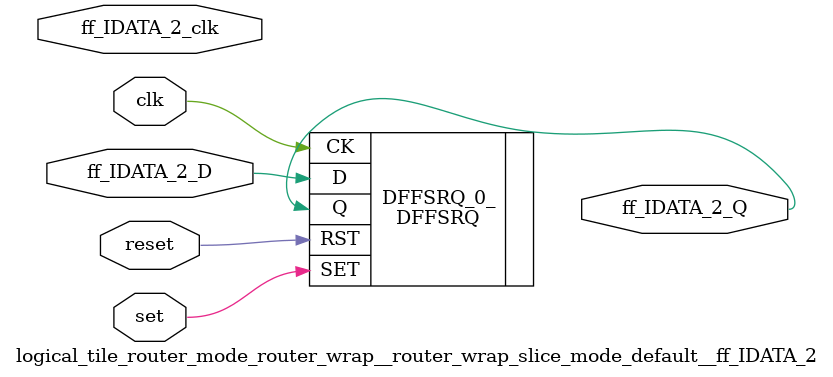
<source format=v>
`default_nettype none

module logical_tile_router_mode_router_wrap__router_wrap_slice_mode_default__ff_IDATA_2(set,
                                                                                        reset,
                                                                                        clk,
                                                                                        ff_IDATA_2_D,
                                                                                        ff_IDATA_2_Q,
                                                                                        ff_IDATA_2_clk);
//----- GLOBAL PORTS -----
input [0:0] set;
//----- GLOBAL PORTS -----
input [0:0] reset;
//----- GLOBAL PORTS -----
input [0:0] clk;
//----- INPUT PORTS -----
input [0:0] ff_IDATA_2_D;
//----- OUTPUT PORTS -----
output [0:0] ff_IDATA_2_Q;
//----- CLOCK PORTS -----
input [0:0] ff_IDATA_2_clk;

//----- BEGIN wire-connection ports -----
wire [0:0] ff_IDATA_2_D;
wire [0:0] ff_IDATA_2_Q;
wire [0:0] ff_IDATA_2_clk;
//----- END wire-connection ports -----


//----- BEGIN Registered ports -----
//----- END Registered ports -----



// ----- BEGIN Local short connections -----
// ----- END Local short connections -----
// ----- BEGIN Local output short connections -----
// ----- END Local output short connections -----

	DFFSRQ DFFSRQ_0_ (
		.SET(set),
		.RST(reset),
		.CK(clk),
		.D(ff_IDATA_2_D),
		.Q(ff_IDATA_2_Q));

endmodule
// ----- END Verilog module for logical_tile_router_mode_router_wrap__router_wrap_slice_mode_default__ff_IDATA_2 -----

//----- Default net type -----
`default_nettype wire




</source>
